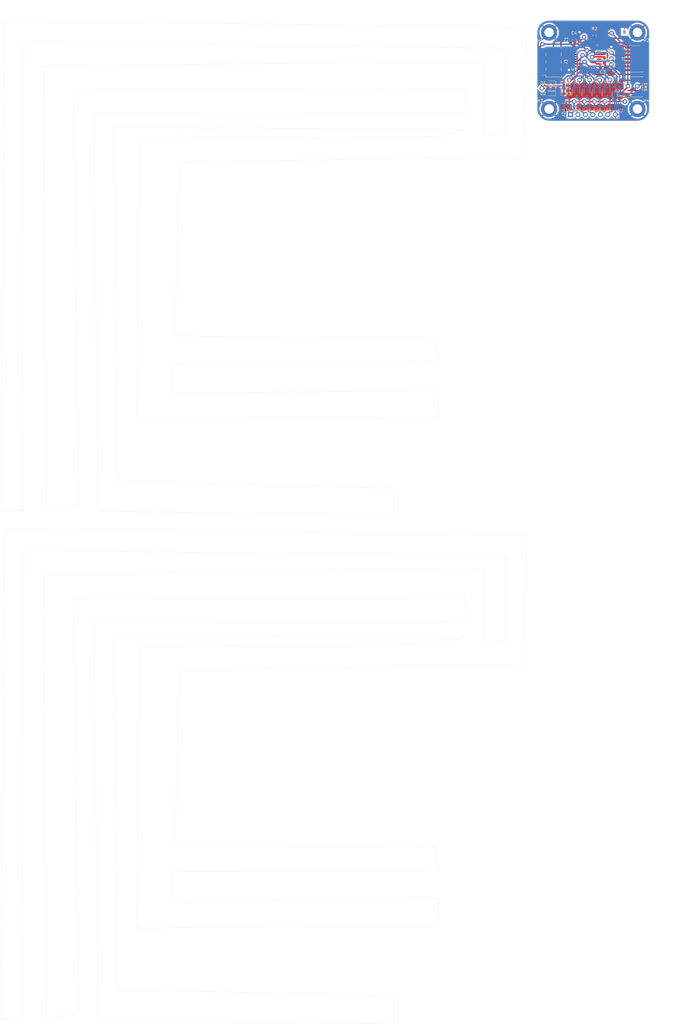
<source format=kicad_pcb>
(kicad_pcb (version 20221018) (generator pcbnew)
  (layers (0 "F.Cu" signal) (31 "B.Cu" signal) (34 "B.Paste" user) (35 "F.Paste" user) (36 "B.SilkS" user "B.Silkscreen") (37 "F.SilkS" user "F.Silkscreen") (38 "B.Mask" user) (39 "F.Mask" user) (44 "Edge.Cuts" user))
  (net 0 "")
  (net 1 "+5V-v2-")
  (net 2 "GND-v2-")
  (net 3 "+3.3V-v2-")
  (net 4 "Net-(D1-K)-v2-")
  (net 6 "Net-(D3-K)-v2-")
  (net 7 "Status_LED-v2-")
  (net 8 "Data_Clock_SNES-v2-")
  (net 9 "Data_Latch_SNES-v2-")
  (net 10 "Net-(D2-K)-v2-")
  (net 11 "Serial_Data1_SNES-v2-")
  (net 12 "Serial_Data2_SNES-v2-")
  (net 13 "SPI_Chip_Select-v2-")
  (net 14 "Chip_Enable-v2-")
  (net 15 "SPI_Digital_Input-v2-")
  (net 16 "SPI_Clock-v2-")
  (net 17 "SPI_Digital_Output-v2-")
  (net 18 "IOBit_SNES-v2-")
  (net 19 "Data_Clock_STM32-v2-")
  (net 20 "Data_Latch_STM32-v2-")
  (net 21 "Appairing_Btn-v2-")
  (net 22 "Net-(U2-BP)-v2-")
  (net 23 "SWDIO-v2-")
  (net 24 "SWDCK-v2-")
  (net 27 "NRST-v2-")
  (net 28 "USART2_RX-v2-")
  (net 29 "USART2_TX-v2-")
  (net 30 "Serial_Data1_STM32-v2-")
  (net 31 "IOBit_STM32-v2-")
  (net 32 "Serial_Data2_STM32-v2-")
  (footprint "Capacitor_SMD:C_0603_1608Metric_Pad1.08x0.95mm_HandSolder" (layer "F.Cu") (at 206.0025 17.19)
    (fp_text reference "C3")
    (fp_text value "100n")
  )
  (footprint "Connector_PinSocket_2.54mm:PinSocket_2x04_P2.54mm_Vertical_SMD" (layer "F.Cu") (at 189.25 15.25 180)
    (fp_text reference "J3")
    (fp_text value "Conn_01x08_Socket")
  )
  (footprint "Button_Switch_SMD:SW_SPST_B3S-1000" (layer "F.Cu") (at 216.25 23.75 180)
    (fp_text reference "SW1")
    (fp_text value "SW_SPST")
  )
  (footprint "Capacitor_SMD:C_0603_1608Metric_Pad1.08x0.95mm_HandSolder" (layer "F.Cu") (at 195.05 7.75 90)
    (fp_text reference "C1")
    (fp_text value "10u")
  )
  (footprint "Resistor_SMD:R_0603_1608Metric_Pad0.98x0.95mm_HandSolder" (layer "F.Cu") (at 203.17 6.32 90)
    (fp_text reference "R2")
    (fp_text value "10k")
  )
  (footprint "Diode_SMD:D_0603_1608Metric_Pad1.05x0.95mm_HandSolder" (layer "F.Cu") (at 188.26875 26.05 180)
    (fp_text reference "D2")
    (fp_text value "LED_Small")
  )
  (footprint "Resistor_SMD:R_0603_1608Metric_Pad0.98x0.95mm_HandSolder" (layer "F.Cu") (at 191.76875 26.05)
    (fp_text reference "R3")
    (fp_text value "1k")
  )
  (footprint "Package_QFP:LQFP-32_7x7mm_P0.8mm" (layer "F.Cu") (at 200.6 13.15 180)
    (fp_text reference "U1")
    (fp_text value "STM32L412KBTx")
  )
  (footprint "Diode_SMD:D_0603_1608Metric_Pad1.05x0.95mm_HandSolder" (layer "F.Cu") (at 188.26875 22.45 180)
    (fp_text reference "D1")
    (fp_text value "LED_Small")
  )
  (footprint "MountingHole:MountingHole_3.2mm_M3_DIN965_Pad" (layer "F.Cu") (at 187.75 31.25)
    (fp_text reference "H3")
    (fp_text value "MountingHole_Pad")
  )
  (footprint "Capacitor_SMD:C_0603_1608Metric_Pad1.08x0.95mm_HandSolder" (layer "F.Cu") (at 206.51 14.8025 90)
    (fp_text reference "C2")
    (fp_text value "100n")
  )
  (footprint "MountingHole:MountingHole_3.2mm_M3_DIN965_Pad" (layer "F.Cu") (at 187.75 5.25)
    (fp_text reference "H1")
    (fp_text value "MountingHole_Pad")
  )
  (footprint "Capacitor_SMD:C_0603_1608Metric_Pad1.08x0.95mm_HandSolder" (layer "F.Cu") (at 196.55 7.75 90)
    (fp_text reference "C4")
    (fp_text value "100n")
  )
  (footprint "Resistor_SMD:R_0603_1608Metric_Pad0.98x0.95mm_HandSolder" (layer "F.Cu") (at 191.76875 22.45)
    (fp_text reference "R1")
    (fp_text value "1k")
  )
  (footprint "Diode_SMD:D_0603_1608Metric_Pad1.05x0.95mm_HandSolder" (layer "F.Cu") (at 188.26875 24.25 180)
    (fp_text reference "D3")
    (fp_text value "LED")
  )
  (footprint "Capacitor_SMD:C_0603_1608Metric_Pad1.08x0.95mm_HandSolder" (layer "F.Cu") (at 206.51 11.5 90)
    (fp_text reference "C5")
    (fp_text value "100n")
  )
  (footprint "Connector_PinHeader_2.54mm:PinHeader_1x07_P2.54mm_Vertical" (layer "F.Cu") (at 195 33.15 90)
    (fp_text reference "J2")
    (fp_text value "Conn_01x07_Socket")
  )
  (footprint "MountingHole:MountingHole_3.2mm_M3_DIN965_Pad" (layer "F.Cu") (at 217.75 5.25)
    (fp_text reference "H2")
    (fp_text value "MountingHole_Pad")
  )
  (footprint "MountingHole:MountingHole_3.2mm_M3_DIN965_Pad" (layer "F.Cu") (at 217.75 31.25)
    (fp_text reference "H4")
    (fp_text value "MountingHole_Pad")
  )
  (footprint "Connector_PinHeader_1.27mm:PinHeader_2x07_P1.27mm_Vertical_SMD" (layer "F.Cu") (at 216.75 14.25 180)
    (fp_text reference "J1")
    (fp_text value "Conn_02x07_Odd_Even")
  )
  (footprint "Resistor_SMD:R_0603_1608Metric_Pad0.98x0.95mm_HandSolder" (layer "F.Cu") (at 191.76875 24.25)
    (fp_text reference "R4")
    (fp_text value "1k")
  )
  (footprint "Capacitor_SMD:C_0603_1608Metric_Pad1.08x0.95mm_HandSolder" (layer "B.Cu") (at 210.9 23.7 180)
    (fp_text reference "C6")
    (fp_text value "470p")
  )
  (footprint "Package_TO_SOT_SMD:SOT-23" (layer "B.Cu") (at 204.05 26.15 -90)
    (fp_text reference "Q4")
    (fp_text value "2N7002")
  )
  (footprint "Package_SO:MSOP-8_3x3mm_P0.65mm" (layer "B.Cu") (at 211.0125 27.9 -90)
    (fp_text reference "U2")
    (fp_text value "MIC5219-3.3YMM")
  )
  (footprint "Capacitor_SMD:C_0603_1608Metric_Pad1.08x0.95mm_HandSolder" (layer "B.Cu") (at 210.9 22.2 180)
    (fp_text reference "C7")
    (fp_text value "2.2u")
  )
  (footprint "Resistor_SMD:R_0603_1608Metric_Pad0.98x0.95mm_HandSolder" (layer "B.Cu") (at 197.15 23.45)
    (fp_text reference "R6")
    (fp_text value "10k")
  )
  (footprint "Resistor_SMD:R_0603_1608Metric_Pad0.98x0.95mm_HandSolder" (layer "B.Cu") (at 207.5 30.35)
    (fp_text reference "R14")
    (fp_text value "10k")
  )
  (footprint "Package_TO_SOT_SMD:SOT-23" (layer "B.Cu") (at 200.6 26.15 -90)
    (fp_text reference "Q3")
    (fp_text value "2N7002")
  )
  (footprint "Resistor_SMD:R_0603_1608Metric_Pad0.98x0.95mm_HandSolder" (layer "B.Cu") (at 200.6 30.35)
    (fp_text reference "R12")
    (fp_text value "10k")
  )
  (footprint "Package_TO_SOT_SMD:SOT-23" (layer "B.Cu") (at 193.7 26.15 -90)
    (fp_text reference "Q1")
    (fp_text value "2N7002")
  )
  (footprint "Package_TO_SOT_SMD:SOT-23" (layer "B.Cu") (at 197.15 26.15 -90)
    (fp_text reference "Q2")
    (fp_text value "2N7002")
  )
  (footprint "Resistor_SMD:R_0603_1608Metric_Pad0.98x0.95mm_HandSolder" (layer "B.Cu") (at 200.6 23.45)
    (fp_text reference "R7")
    (fp_text value "10k")
  )
  (footprint "Resistor_SMD:R_0603_1608Metric_Pad0.98x0.95mm_HandSolder" (layer "B.Cu") (at 197.15 30.35)
    (fp_text reference "R11")
    (fp_text value "10k")
  )
  (footprint "Package_TO_SOT_SMD:SOT-23" (layer "B.Cu") (at 207.5 26.15 -90)
    (fp_text reference "Q5")
    (fp_text value "2N7002")
  )
  (footprint "Resistor_SMD:R_0603_1608Metric_Pad0.98x0.95mm_HandSolder" (layer "B.Cu") (at 193.7 30.35)
    (fp_text reference "R10")
    (fp_text value "10k")
  )
  (footprint "Resistor_SMD:R_0603_1608Metric_Pad0.98x0.95mm_HandSolder" (layer "B.Cu") (at 193.7 23.45)
    (fp_text reference "R5")
    (fp_text value "10k")
  )
  (footprint "Resistor_SMD:R_0603_1608Metric_Pad0.98x0.95mm_HandSolder" (layer "B.Cu") (at 204.05 23.45)
    (fp_text reference "R8")
    (fp_text value "10k")
  )
  (footprint "Resistor_SMD:R_0603_1608Metric_Pad0.98x0.95mm_HandSolder" (layer "B.Cu") (at 204.05 30.35)
    (fp_text reference "R13")
    (fp_text value "10k")
  )
  (footprint "Resistor_SMD:R_0603_1608Metric_Pad0.98x0.95mm_HandSolder" (layer "B.Cu") (at 207.5 23.45)
    (fp_text reference "R9")
    (fp_text value "10k")
  )
  (gr_line (start 158.729937 210.68989) (end 152.349937 213.03989) (stroke (width 0.05)) (layer "Edge.Cuts"))
  (gr_line (start 150.329937 126.82989) (end 59.679937 127.82989) (stroke (width 0.05)) (layer "Edge.Cuts"))
  (gr_line (start 149.999937 135.88989) (end 150.329937 126.82989) (stroke (width 0.05)) (layer "Edge.Cuts"))
  (gr_line (start 179.209937 48.25989) (end 180.219937 3.59989) (stroke (width 0.05)) (layer "Edge.Cuts"))
  (gr_line (start 152.349937 40.53989) (end 48.599937 41.53989) (stroke (width 0.05)) (layer "Edge.Cuts"))
  (gr_line (start 60.679937 108.35989) (end 62.029937 49.26989) (stroke (width 0.05)) (layer "Edge.Cuts"))
  (gr_line (start 33.149937 204.97989) (end 34.489937 340.28989) (stroke (width 0.05)) (layer "Edge.Cuts"))
  (gr_line (start 17.039937 167.78989) (end 28.119937 165.43989) (stroke (width 0.05)) (layer "Edge.Cuts"))
  (gr_line (start 17.039937 340.28989) (end 28.119937 337.93989) (stroke (width 0.05)) (layer "Edge.Cuts"))
  (gr_line (start 16.029937 16.69989) (end 17.039937 167.78989) (stroke (width 0.05)) (layer "Edge.Cuts"))
  (gr_line (start 28.119937 165.43989) (end 26.099937 25.08989) (stroke (width 0.05)) (layer "Edge.Cuts"))
  (gr_line (start 34.489937 340.28989) (end 134.889937 341.96989) (stroke (width 0.05)) (layer "Edge.Cuts"))
  (gr_line (start 41.209937 157.71989) (end 39.869937 37.50989) (stroke (width 0.05)) (layer "Edge.Cuts"))
  (gr_line (start 8.639937 167.44989) (end 9.309937 8.63989) (stroke (width 0.05)) (layer "Edge.Cuts"))
  (gr_line (start 62.029937 49.26989) (end 153.019937 47.91989) (stroke (width 0.05)) (layer "Edge.Cuts"))
  (gr_line (start 26.099937 25.08989) (end 159.059937 24.41989) (stroke (width 0.05)) (layer "Edge.Cuts"))
  (gr_line (start 33.149937 32.47989) (end 34.489937 167.78989) (stroke (width 0.05)) (layer "Edge.Cuts"))
  (gr_line (start 173.159937 10.64989) (end 173.159937 39.85989) (stroke (width 0.05)) (layer "Edge.Cuts"))
  (gr_line (start 149.999937 117.42989) (end 149.659937 109.36989) (stroke (width 0.05)) (layer "Edge.Cuts"))
  (gr_line (start 153.019937 47.91989) (end 179.209937 48.25989) (stroke (width 0.05)) (layer "Edge.Cuts"))
  (gr_line (start 149.999937 308.38989) (end 150.329937 299.32989) (stroke (width 0.05)) (layer "Edge.Cuts"))
  (gr_line (start 48.599937 214.03989) (end 47.589937 309.39989) (stroke (width 0.05)) (layer "Edge.Cuts"))
  (gr_line (start 134.889937 341.96989) (end 134.889937 332.56989) (stroke (width 0.05)) (layer "Edge.Cuts"))
  (gr_line (start 60.679937 280.85989) (end 62.029937 221.76989) (stroke (width 0.05)) (layer "Edge.Cuts"))
  (gr_arc (start 221.75 31.25) (mid 220.578427 34.078427) (end 217.75 35.25) (stroke (width 0.1)) (layer "Edge.Cuts"))
  (gr_line (start 179.209937 220.75989) (end 180.219937 176.09989) (stroke (width 0.05)) (layer "Edge.Cuts"))
  (gr_line (start 47.589937 136.89989) (end 149.999937 135.88989) (stroke (width 0.05)) (layer "Edge.Cuts"))
  (gr_line (start 180.219937 176.09989) (end 2.929937 173.74989) (stroke (width 0.05)) (layer "Edge.Cuts"))
  (gr_line (start 59.679937 117.75989) (end 149.999937 117.42989) (stroke (width 0.05)) (layer "Edge.Cuts"))
  (gr_line (start 59.679937 300.32989) (end 59.679937 290.25989) (stroke (width 0.05)) (layer "Edge.Cuts"))
  (gr_line (start 159.399937 205.64989) (end 33.149937 204.97989) (stroke (width 0.05)) (layer "Edge.Cuts"))
  (gr_line (start 2.929937 173.74989) (end 1.249937 340.62989) (stroke (width 0.05)) (layer "Edge.Cuts"))
  (gr_line (start 2.929937 1.24989) (end 1.249937 168.12989) (stroke (width 0.05)) (layer "Edge.Cuts"))
  (gr_line (start 173.159937 39.85989) (end 165.439937 40.19989) (stroke (width 0.05)) (layer "Edge.Cuts"))
  (gr_line (start 150.329937 299.32989) (end 59.679937 300.32989) (stroke (width 0.05)) (layer "Edge.Cuts"))
  (gr_arc (start 187.75 35.25) (mid 184.921573 34.078427) (end 183.75 31.25) (stroke (width 0.1)) (layer "Edge.Cuts"))
  (gr_line (start 173.159937 212.35989) (end 165.439937 212.69989) (stroke (width 0.05)) (layer "Edge.Cuts"))
  (gr_line (start 158.729937 38.18989) (end 152.349937 40.53989) (stroke (width 0.05)) (layer "Edge.Cuts"))
  (gr_line (start 16.029937 189.19989) (end 17.039937 340.28989) (stroke (width 0.05)) (layer "Edge.Cuts"))
  (gr_line (start 134.889937 332.56989) (end 41.209937 330.21989) (stroke (width 0.05)) (layer "Edge.Cuts"))
  (gr_line (start 173.159937 183.14989) (end 173.159937 212.35989) (stroke (width 0.05)) (layer "Edge.Cuts"))
  (gr_line (start 59.679937 127.82989) (end 59.679937 117.75989) (stroke (width 0.05)) (layer "Edge.Cuts"))
  (gr_line (start 1.249937 340.62989) (end 8.639937 339.94989) (stroke (width 0.05)) (layer "Edge.Cuts"))
  (gr_line (start 62.029937 221.76989) (end 153.019937 220.41989) (stroke (width 0.05)) (layer "Edge.Cuts"))
  (gr_line (start 165.439937 15.01989) (end 16.029937 16.69989) (stroke (width 0.05)) (layer "Edge.Cuts"))
  (gr_line (start 47.589937 309.39989) (end 149.999937 308.38989) (stroke (width 0.05)) (layer "Edge.Cuts"))
  (gr_line (start 165.439937 40.19989) (end 165.439937 15.01989) (stroke (width 0.05)) (layer "Edge.Cuts"))
  (gr_line (start 48.599937 41.53989) (end 47.589937 136.89989) (stroke (width 0.05)) (layer "Edge.Cuts"))
  (gr_arc (start 183.75 5.25) (mid 184.921573 2.421573) (end 187.75 1.25) (stroke (width 0.1)) (layer "Edge.Cuts"))
  (gr_line (start 28.119937 337.93989) (end 26.099937 197.58989) (stroke (width 0.05)) (layer "Edge.Cuts"))
  (gr_line (start 59.679937 290.25989) (end 149.999937 289.92989) (stroke (width 0.05)) (layer "Edge.Cuts"))
  (gr_line (start 159.059937 196.91989) (end 159.399937 205.64989) (stroke (width 0.05)) (layer "Edge.Cuts"))
  (gr_line (start 165.439937 187.51989) (end 16.029937 189.19989) (stroke (width 0.05)) (layer "Edge.Cuts"))
  (gr_line (start 9.309937 181.13989) (end 173.159937 183.14989) (stroke (width 0.05)) (layer "Edge.Cuts"))
  (gr_line (start 8.639937 339.94989) (end 9.309937 181.13989) (stroke (width 0.05)) (layer "Edge.Cuts"))
  (gr_line (start 149.659937 109.36989) (end 60.679937 108.35989) (stroke (width 0.05)) (layer "Edge.Cuts"))
  (gr_line (start 153.019937 220.41989) (end 179.209937 220.75989) (stroke (width 0.05)) (layer "Edge.Cuts"))
  (gr_line (start 152.349937 213.03989) (end 48.599937 214.03989) (stroke (width 0.05)) (layer "Edge.Cuts"))
  (gr_line (start 183.75 31.25) (end 183.75 5.25) (stroke (width 0.1)) (layer "Edge.Cuts"))
  (gr_line (start 159.399937 33.14989) (end 33.149937 32.47989) (stroke (width 0.05)) (layer "Edge.Cuts"))
  (gr_line (start 39.869937 210.00989) (end 158.729937 210.68989) (stroke (width 0.05)) (layer "Edge.Cuts"))
  (gr_line (start 217.75 35.25) (end 187.75 35.25) (stroke (width 0.1)) (layer "Edge.Cuts"))
  (gr_line (start 41.209937 330.21989) (end 39.869937 210.00989) (stroke (width 0.05)) (layer "Edge.Cuts"))
  (gr_line (start 9.309937 8.63989) (end 173.159937 10.64989) (stroke (width 0.05)) (layer "Edge.Cuts"))
  (gr_line (start 159.059937 24.41989) (end 159.399937 33.14989) (stroke (width 0.05)) (layer "Edge.Cuts"))
  (gr_line (start 221.75 5.25) (end 221.75 31.25) (stroke (width 0.1)) (layer "Edge.Cuts"))
  (gr_line (start 187.75 1.25) (end 217.75 1.25) (stroke (width 0.1)) (layer "Edge.Cuts"))
  (gr_line (start 134.889937 169.46989) (end 134.889937 160.06989) (stroke (width 0.05)) (layer "Edge.Cuts"))
  (gr_line (start 1.249937 168.12989) (end 8.639937 167.44989) (stroke (width 0.05)) (layer "Edge.Cuts"))
  (gr_line (start 180.219937 3.59989) (end 2.929937 1.24989) (stroke (width 0.05)) (layer "Edge.Cuts"))
  (gr_arc (start 217.75 1.25) (mid 220.578427 2.421573) (end 221.75 5.25) (stroke (width 0.1)) (layer "Edge.Cuts"))
  (gr_line (start 149.999937 289.92989) (end 149.659937 281.86989) (stroke (width 0.05)) (layer "Edge.Cuts"))
  (gr_line (start 134.889937 160.06989) (end 41.209937 157.71989) (stroke (width 0.05)) (layer "Edge.Cuts"))
  (gr_line (start 149.659937 281.86989) (end 60.679937 280.85989) (stroke (width 0.05)) (layer "Edge.Cuts"))
  (gr_line (start 165.439937 212.69989) (end 165.439937 187.51989) (stroke (width 0.05)) (layer "Edge.Cuts"))
  (gr_line (start 34.489937 167.78989) (end 134.889937 169.46989) (stroke (width 0.05)) (layer "Edge.Cuts"))
  (gr_line (start 26.099937 197.58989) (end 159.059937 196.91989) (stroke (width 0.05)) (layer "Edge.Cuts"))
  (gr_line (start 39.869937 37.50989) (end 158.729937 38.18989) (stroke (width 0.05)) (layer "Edge.Cuts"))
  (gr_text "SNES Plug" (at 205.75 3.75) (layer "F.Cu") (effects (font (size 1 1)) (justify left bottom)))
  (gr_text "T" (at 212.75 5.75) (layer "F.Cu") (effects (font (size 1 1)) (justify left bottom)))
  (gr_text "B" (at 212.75 5.75) (layer "B.Cu") (effects (font (size 1 1)) (justify left bottom)))
  (segment (start 187.39375 26.084561) (end 188.809189 27.5) (width 0.5) (layer "F.Cu") (net 1))
  (segment (start 190.25 27.5) (end 191.5 28.75) (width 0.5) (layer "F.Cu") (net 1))
  (segment (start 203.1375 28.75) (end 199.6875 28.75) (width 0.5) (layer "F.Cu") (net 1))
  (segment (start 203.1375 28.75) (end 206.5875 28.75) (width 0.5) (layer "F.Cu") (net 1))
  (segment (start 191.5 28.75) (end 196.2375 28.75) (width 0.5) (layer "F.Cu") (net 1))
  (segment (start 206.5875 28.75) (end 213.5 28.75) (width 0.5) (layer "F.Cu") (net 1))
  (segment (start 188.809189 27.5) (end 190.25 27.5) (width 0.5) (layer "F.Cu") (net 1))
  (segment (start 196.2375 28.75) (end 196.2375 31.9125) (width 0.5) (layer "F.Cu") (net 1))
  (segment (start 187.39375 26.05) (end 187.39375 26.084561) (width 0.5) (layer "F.Cu") (net 1))
  (segment (start 196.2375 31.9125) (end 195 33.15) (width 0.5) (layer "F.Cu") (net 1))
  (segment (start 196.2375 28.75) (end 199.6875 28.75) (width 0.3) (layer "F.Cu") (net 1))
  (via (at 199.6875 28.75) (size 1.6) (drill 0.8) (layers "F.Cu" "B.Cu") (net 1))
  (via (at 196.2375 28.75) (size 1.6) (drill 0.8) (layers "F.Cu" "B.Cu") (net 1))
  (via (at 203.1375 28.75) (size 1.6) (drill 0.8) (layers "F.Cu" "B.Cu") (net 1))
  (via (at 206.5875 28.75) (size 1.6) (drill 0.8) (layers "F.Cu" "B.Cu") (net 1))
  (via (at 213.5 28.75) (size 1.6) (drill 0.8) (layers "F.Cu" "B.Cu") (net 1))
  (segment (start 212.106739 28.65) (end 210.6875 27.230761) (width 0.5) (layer "B.Cu") (net 1))
  (segment (start 213.4 28.65) (end 212.106739 28.65) (width 0.5) (layer "B.Cu") (net 1))
  (segment (start 203.1375 28.75) (end 203.1375 30.35) (width 0.5) (layer "B.Cu") (net 1))
  (segment (start 195 32.5625) (end 192.7875 30.35) (width 0.5) (layer "B.Cu") (net 1))
  (segment (start 213.5 28.75) (end 213.4 28.65) (width 0.5) (layer "B.Cu") (net 1))
  (segment (start 196.2375 30.35) (end 196.2375 28.75) (width 0.5) (layer "B.Cu") (net 1))
  (segment (start 199.6875 28.75) (end 199.6875 30.35) (width 0.5) (layer "B.Cu") (net 1))
  (segment (start 195 33.15) (end 195 32.5625) (width 0.5) (layer "B.Cu") (net 1))
  (segment (start 210.6875 25.7875) (end 210.6875 27.230761) (width 0.3) (layer "B.Cu") (net 1))
  (segment (start 206.5875 28.75) (end 206.5875 30.35) (width 0.5) (layer "B.Cu") (net 1))
  (segment (start 206.865 17.19) (end 206.865 16.02) (width 0.5) (layer "F.Cu") (net 2))
  (segment (start 204.29 18.215) (end 205.84 18.215) (width 0.5) (layer "F.Cu") (net 2))
  (segment (start 207.535 14.566193) (end 207.535 11.6625) (width 0.5) (layer "F.Cu") (net 2))
  (segment (start 193.44 19.06) (end 191.77 19.06) (width 0.5) (layer "F.Cu") (net 2))
  (segment (start 195.05 6.8875) (end 196.55 6.8875) (width 0.5) (layer "F.Cu") (net 2))
  (segment (start 196.55 6.8875) (end 196.55 6.7) (width 0.5) (layer "F.Cu") (net 2))
  (segment (start 208.899189 10.15) (end 208.411689 10.6375) (width 0.5) (layer "F.Cu") (net 2))
  (segment (start 198.1 5.15) (end 197.8 5.45) (width 0.5) (layer "F.Cu") (net 2))
  (segment (start 206.51 15.591193) (end 207.535 14.566193) (width 0.5) (layer "F.Cu") (net 2))
  (segment (start 203.4 17.325) (end 204.29 18.215) (width 0.5) (layer "F.Cu") (net 2))
  (segment (start 208.411689 10.6375) (end 206.51 10.6375) (width 0.5) (layer "F.Cu") (net 2))
  (segment (start 197.8 5.45) (end 197.8 8.975) (width 0.5) (layer "F.Cu") (net 2))
  (segment (start 205.84 18.215) (end 206.865 17.19) (width 0.5) (layer "F.Cu") (net 2))
  (segment (start 194.5 18) (end 193.44 19.06) (width 0.5) (layer "F.Cu") (net 2))
  (segment (start 207.535 11.6625) (end 206.51 10.6375) (width 0.5) (layer "F.Cu") (net 2))
  (segment (start 206.51 15.665) (end 206.51 15.591193) (width 0.5) (layer "F.Cu") (net 2))
  (segment (start 206.865 16.02) (end 206.51 15.665) (width 0.5) (layer "F.Cu") (net 2))
  (segment (start 196.55 6.7) (end 198.1 5.15) (width 0.5) (layer "F.Cu") (net 2))
  (via (at 194.5 18) (size 1.6) (drill 0.8) (layers "F.Cu" "B.Cu") (net 2))
  (via (at 198.1 5.15) (size 1.6) (drill 0.8) (layers "F.Cu" "B.Cu") (net 2))
  (via (at 208.899189 10.15) (size 1.6) (drill 0.8) (layers "F.Cu" "B.Cu") (net 2))
  (via (at 210.0375 20.15) (size 1.6) (drill 0.8) (layers "F.Cu" "B.Cu") (net 2))
  (segment (start 210.0375 22.2) (end 210.0375 20.15) (width 0.5) (layer "B.Cu") (net 2))
  (segment (start 201.15 5.15) (end 198.1 5.15) (width 0.5) (layer "B.Cu") (net 2))
  (segment (start 206.15 10.15) (end 201.15 5.15) (width 0.5) (layer "B.Cu") (net 2))
  (segment (start 208.899189 10.15) (end 206.15 10.15) (width 0.5) (layer "B.Cu") (net 2))
  (segment (start 210.0375 22.2) (end 210.0375 23.7) (width 0.5) (layer "B.Cu") (net 2))
  (segment (start 210.0375 20.1875) (end 210 20.15) (width 0.5) (layer "B.Cu") (net 2))
  (segment (start 217.75 23.5) (end 218.225 23.5) (width 0.5) (layer "F.Cu") (net 3))
  (segment (start 196.425 10.35) (end 196.425 8.7375) (width 0.5) (layer "F.Cu") (net 3))
  (segment (start 185.25 20.54) (end 186.73 19.06) (width 0.5) (layer "F.Cu") (net 3))
  (segment (start 200.6 11.4) (end 199.55 10.35) (width 0.5) (layer "F.Cu") (net 3))
  (segment (start 212.275 21.5) (end 220.225 21.5) (width 0.5) (layer "F.Cu") (net 3))
  (segment (start 202.4 11.4) (end 200.6 11.4) (width 0.5) (layer "F.Cu") (net 3))
  (segment (start 218.225 23.5) (end 220.225 21.5) (width 0.5) (layer "F.Cu") (net 3))
  (segment (start 205.14 17.19) (end 205.14 16.315) (width 0.5) (layer "F.Cu") (net 3))
  (segment (start 206.1225 12.75) (end 204.775 12.75) (width 0.5) (layer "F.Cu") (net 3))
  (segment (start 200.6 13.809189) (end 200.6 11.4) (width 0.5) (layer "F.Cu") (net 3))
  (segment (start 187.39375 24.25) (end 185.25 24.25) (width 0.5) (layer "F.Cu") (net 3))
  (segment (start 203.870406 15.95) (end 203.420406 15.5) (width 0.5) (layer "F.Cu") (net 3))
  (segment (start 196.425 8.7375) (end 196.55 8.6125) (width 0.5) (layer "F.Cu") (net 3))
  (segment (start 185.25 24.25) (end 185.25 20.54) (width 0.5) (layer "F.Cu") (net 3))
  (segment (start 195.05 8.6125) (end 195.05 8.975) (width 0.5) (layer "F.Cu") (net 3))
  (segment (start 202.290811 15.5) (end 200.6 13.809189) (width 0.5) (layer "F.Cu") (net 3))
  (segment (start 220.75 20.975) (end 220.75 17.14) (width 0.5) (layer "F.Cu") (net 3))
  (segment (start 220.4 16.79) (end 220.75 17.14) (width 0.5) (layer "F.Cu") (net 3))
  (segment (start 204.775 15.95) (end 203.870406 15.95) (width 0.5) (layer "F.Cu") (net 3))
  (segment (start 195.05 8.975) (end 196.425 10.35) (width 0.5) (layer "F.Cu") (net 3))
  (segment (start 203.420406 15.5) (end 202.290811 15.5) (width 0.5) (layer "F.Cu") (net 3))
  (segment (start 220.225 21.5) (end 220.75 20.975) (width 0.5) (layer "F.Cu") (net 3))
  (segment (start 199.55 10.35) (end 196.425 10.35) (width 0.5) (layer "F.Cu") (net 3))
  (segment (start 203.75 12.75) (end 202.4 11.4) (width 0.5) (layer "F.Cu") (net 3))
  (segment (start 206.51 12.3625) (end 206.1225 12.75) (width 0.5) (layer "F.Cu") (net 3))
  (segment (start 204.775 12.75) (end 203.75 12.75) (width 0.5) (layer "F.Cu") (net 3))
  (segment (start 218.7 16.79) (end 220.4 16.79) (width 0.5) (layer "F.Cu") (net 3))
  (segment (start 205.14 16.315) (end 204.775 15.95) (width 0.5) (layer "F.Cu") (net 3))
  (via (at 217.75 23.5) (size 1.6) (drill 0.8) (layers "F.Cu" "B.Cu") (net 3))
  (via (at 200.6 11.4) (size 1.6) (drill 0.8) (layers "F.Cu" "B.Cu") (net 3))
  (via (at 185.25 24.25) (size 1.6) (drill 0.8) (layers "F.Cu" "B.Cu") (net 3))
  (segment (start 206.5875 21.115811) (end 205.521689 20.05) (width 0.5) (layer "B.Cu") (net 3))
  (segment (start 214.743261 26.506739) (end 217.75 23.5) (width 0.5) (layer "B.Cu") (net 3))
  (segment (start 186.05 23.45) (end 192.7875 23.45) (width 0.5) (layer "B.Cu") (net 3))
  (segment (start 206.55 23.4875) (end 206.5875 23.45) (width 0.5) (layer "B.Cu") (net 3))
  (segment (start 199.6875 21.115811) (end 200.753311 20.05) (width 0.5) (layer "B.Cu") (net 3))
  (segment (start 211.3375 25.7875) (end 211.3375 26.727817) (width 0.3) (layer "B.Cu") (net 3))
  (segment (start 199.6875 21.115811) (end 198.621689 20.05) (width 0.5) (layer "B.Cu") (net 3))
  (segment (start 196.2375 21.115811) (end 196.2375 23.45) (width 0.5) (layer "B.Cu") (net 3))
  (segment (start 192.7875 23.45) (end 192.7875 21.315811) (width 0.5) (layer "B.Cu") (net 3))
  (segment (start 199.65 25.2125) (end 199.65 23.4875) (width 0.5) (layer "B.Cu") (net 3))
  (segment (start 200.753311 20.05) (end 202.071689 20.05) (width 0.5) (layer "B.Cu") (net 3))
  (segment (start 205.521689 20.05) (end 204.203311 20.05) (width 0.5) (layer "B.Cu") (net 3))
  (segment (start 202.071689 20.05) (end 203.1375 21.115811) (width 0.5) (layer "B.Cu") (net 3))
  (segment (start 196.2 25.2125) (end 196.2 23.4875) (width 0.5) (layer "B.Cu") (net 3))
  (segment (start 211.3375 26.727817) (end 211.759683 27.15) (width 0.3) (layer "B.Cu") (net 3))
  (segment (start 196.2 23.4875) (end 196.2375 23.45) (width 0.5) (layer "B.Cu") (net 3))
  (segment (start 185.25 24.25) (end 186.05 23.45) (width 0.5) (layer "B.Cu") (net 3))
  (segment (start 197.303311 12.446689) (end 197.303311 20.05) (width 0.5) (layer "B.Cu") (net 3))
  (segment (start 206.5875 23.45) (end 206.5875 21.115811) (width 0.5) (layer "B.Cu") (net 3))
  (segment (start 203.1375 21.115811) (end 203.1375 23.45) (width 0.5) (layer "B.Cu") (net 3))
  (segment (start 208.903311 18.8) (end 206.5875 21.115811) (width 0.5) (layer "B.Cu") (net 3))
  (segment (start 195.171689 20.05) (end 196.2375 21.115811) (width 0.5) (layer "B.Cu") (net 3))
  (segment (start 212.356739 27.15) (end 211.759683 27.15) (width 0.5) (layer "B.Cu") (net 3))
  (segment (start 203.1 23.4875) (end 203.1375 23.45) (width 0.5) (layer "B.Cu") (net 3))
  (segment (start 200.6 11.4) (end 198.35 11.4) (width 0.5) (layer "B.Cu") (net 3))
  (segment (start 211.7625 22.2) (end 211.7625 19.965811) (width 0.5) (layer "B.Cu") (net 3))
  (segment (start 192.75 25.2125) (end 192.75 23.4875) (width 0.5) (layer "B.Cu") (net 3))
  (segment (start 198.35 11.4) (end 197.303311 12.446689) (width 0.5) (layer "B.Cu") (net 3))
  (segment (start 197.303311 20.05) (end 196.2375 21.115811) (width 0.5) (layer "B.Cu") (net 3))
  (segment (start 192.75 23.4875) (end 192.7875 23.45) (width 0.5) (layer "B.Cu") (net 3))
  (segment (start 199.65 23.4875) (end 199.6875 23.45) (width 0.5) (layer "B.Cu") (net 3))
  (segment (start 198.621689 20.05) (end 197.303311 20.05) (width 0.5) (layer "B.Cu") (net 3))
  (segment (start 213 26.506739) (end 212.356739 27.15) (width 0.5) (layer "B.Cu") (net 3))
  (segment (start 199.6875 23.45) (end 199.6875 21.115811) (width 0.5) (layer "B.Cu") (net 3))
  (segment (start 212.45 22.2) (end 211.7625 22.2) (width 0.5) (layer "B.Cu") (net 3))
  (segment (start 211.7625 19.965811) (end 210.596689 18.8) (width 0.5) (layer "B.Cu") (net 3))
  (segment (start 192.7875 21.315811) (end 194.053311 20.05) (width 0.5) (layer "B.Cu") (net 3))
  (segment (start 194.053311 20.05) (end 195.171689 20.05) (width 0.5) (layer "B.Cu") (net 3))
  (segment (start 206.55 25.2125) (end 206.55 23.4875) (width 0.5) (layer "B.Cu") (net 3))
  (segment (start 213 22.75) (end 212.45 22.2) (width 0.5) (layer "B.Cu") (net 3))
  (segment (start 204.203311 20.05) (end 203.1375 21.115811) (width 0.5) (layer "B.Cu") (net 3))
  (segment (start 203.1 25.2125) (end 203.1 23.4875) (width 0.5) (layer "B.Cu") (net 3))
  (segment (start 214.743261 26.506739) (end 213 26.506739) (width 0.5) (layer "B.Cu") (net 3))
  (segment (start 210.596689 18.8) (end 208.903311 18.8) (width 0.5) (layer "B.Cu") (net 3))
  (segment (start 213 26.506739) (end 213 22.75) (width 0.5) (layer "B.Cu") (net 3))
  (segment (start 190.85625 22.45) (end 189.14375 22.45) (width 0.5) (layer "F.Cu") (net 4))
  (segment (start 190.85625 24.25) (end 189.14375 24.25) (width 0.5) (layer "F.Cu") (net 6))
  (segment (start 188.41875 21.425) (end 192.575 21.425) (width 0.5) (layer "F.Cu") (net 7))
  (segment (start 195.125 20) (end 197.8 17.325) (width 0.5) (layer "F.Cu") (net 7))
  (segment (start 194 20) (end 195.125 20) (width 0.5) (layer "F.Cu") (net 7))
  (segment (start 192.575 21.425) (end 194 20) (width 0.5) (layer "F.Cu") (net 7))
  (segment (start 187.39375 22.45) (end 188.41875 21.425) (width 0.5) (layer "F.Cu") (net 7))
  (segment (start 197.54 32.54) (end 196.75 31.75) (width 0.5) (layer "B.Cu") (net 8))
  (segment (start 194.6125 30.35) (end 194.6125 28) (width 0.5) (layer "B.Cu") (net 8))
  (segment (start 196.0125 31.75) (end 194.6125 30.35) (width 0.5) (layer "B.Cu") (net 8))
  (segment (start 196.75 31.75) (end 196.0125 31.75) (width 0.5) (layer "B.Cu") (net 8))
  (segment (start 197.54 33.15) (end 197.54 32.54) (width 0.5) (layer "B.Cu") (net 8))
  (segment (start 194.6125 28) (end 193.7 27.0875) (width 0.5) (layer "B.Cu") (net 8))
  (segment (start 198.0625 30.35) (end 198.0625 28) (width 0.5) (layer "B.Cu") (net 9))
  (segment (start 198.0625 28) (end 197.15 27.0875) (width 0.5) (layer "B.Cu") (net 9))
  (segment (start 198.0625 30.35) (end 198.0625 31.2125) (width 0.5) (layer "B.Cu") (net 9))
  (segment (start 198.0625 31.2125) (end 200 33.15) (width 0.5) (layer "B.Cu") (net 9))
  (segment (start 189.14375 26.05) (end 190.85625 26.05) (width 0.5) (layer "F.Cu") (net 10))
  (segment (start 201.5125 32.1625) (end 202.5 33.15) (width 0.5) (layer "B.Cu") (net 11))
  (segment (start 201.5125 28) (end 200.6 27.0875) (width 0.5) (layer "B.Cu") (net 11))
  (segment (start 201.5125 30.35) (end 201.5125 32.1625) (width 0.5) (layer "B.Cu") (net 11))
  (segment (start 201.5125 30.35) (end 201.5125 28) (width 0.5) (layer "B.Cu") (net 11))
  (segment (start 204.9625 30.35) (end 204.9625 33.1125) (width 0.5) (layer "B.Cu") (net 12))
  (segment (start 204.9625 30.35) (end 204.9625 28) (width 0.5) (layer "B.Cu") (net 12))
  (segment (start 204.9625 28) (end 204.05 27.0875) (width 0.5) (layer "B.Cu") (net 12))
  (segment (start 204.9625 33.1125) (end 205 33.15) (width 0.5) (layer "B.Cu") (net 12))
  (segment (start 193.5 15.25) (end 188 15.25) (width 0.5) (layer "F.Cu") (net 13))
  (segment (start 194 12) (end 194 14.75) (width 0.5) (layer "F.Cu") (net 13))
  (segment (start 188 15.25) (end 186.73 16.52) (width 0.5) (layer "F.Cu") (net 13))
  (segment (start 194 14.75) (end 193.5 15.25) (width 0.5) (layer "F.Cu") (net 13))
  (segment (start 194.85 11.15) (end 194 12) (width 0.5) (layer "F.Cu") (net 13))
  (segment (start 196.425 11.15) (end 194.85 11.15) (width 0.5) (layer "F.Cu") (net 13))
  (segment (start 191.77 16.52) (end 194.23 16.52) (width 0.5) (layer "F.Cu") (net 14))
  (segment (start 195.125 15.625) (end 195.125 12.345406) (width 0.5) (layer "F.Cu") (net 14))
  (segment (start 194.23 16.52) (end 195.125 15.625) (width 0.5) (layer "F.Cu") (net 14))
  (segment (start 195.520406 11.95) (end 196.425 11.95) (width 0.5) (layer "F.Cu") (net 14))
  (segment (start 195.125 12.345406) (end 195.520406 11.95) (width 0.5) (layer "F.Cu") (net 14))
  (segment (start 191.77 8.516307) (end 196.486307 3.8) (width 0.5) (layer "F.Cu") (net 15))
  (segment (start 196.486307 3.8) (end 198.8 3.8) (width 0.5) (layer "F.Cu") (net 15))
  (segment (start 201 6) (end 201 8.975) (width 0.5) (layer "F.Cu") (net 15))
  (segment (start 191.77 11.44) (end 191.77 8.516307) (width 0.5) (layer "F.Cu") (net 15))
  (segment (start 198.8 3.8) (end 201 6) (width 0.5) (layer "F.Cu") (net 15))
  (segment (start 189.25 9) (end 195.75 2.5) (width 0.5) (layer "F.Cu") (net 16))
  (segment (start 190.77 13.98) (end 189.25 12.46) (width 0.5) (layer "F.Cu") (net 16))
  (segment (start 189.25 12.46) (end 189.25 9) (width 0.5) (layer "F.Cu") (net 16))
  (segment (start 199.75 2.5) (end 201.8 4.55) (width 0.5) (layer "F.Cu") (net 16))
  (segment (start 201.8 4.55) (end 201.8 8.975) (width 0.5) (layer "F.Cu") (net 16))
  (segment (start 191.77 13.98) (end 190.77 13.98) (width 0.5) (layer "F.Cu") (net 16))
  (segment (start 195.75 2.5) (end 199.75 2.5) (width 0.5) (layer "F.Cu") (net 16))
  (segment (start 199.6 7.470406) (end 200.2 8.070406) (width 0.5) (layer "F.Cu") (net 17))
  (segment (start 186.73 13.98) (end 185.73 13.98) (width 0.5) (layer "F.Cu") (net 17))
  (segment (start 184.68 12.93) (end 184.68 10.07) (width 0.5) (layer "F.Cu") (net 17))
  (segment (start 185.73 13.98) (end 184.68 12.93) (width 0.5) (layer "F.Cu") (net 17))
  (segment (start 199.6 6.9) (end 199.6 7.470406) (width 0.5) (layer "F.Cu") (net 17))
  (segment (start 184.68 10.07) (end 185.5 9.25) (width 0.5) (layer "F.Cu") (net 17))
  (segment (start 200.2 8.070406) (end 200.2 8.975) (width 0.5) (layer "F.Cu") (net 17))
  (via (at 199.6 6.9) (size 1.6) (drill 0.8) (layers "F.Cu" "B.Cu") (net 17))
  (via (at 185.5 9.25) (size 1.6) (drill 0.8) (layers "F.Cu" "B.Cu") (net 17))
  (segment (start 197.25 9.25) (end 199.6 6.9) (width 0.5) (layer "B.Cu") (net 17))
  (segment (start 185.5 9.25) (end 197.25 9.25) (width 0.5) (layer "B.Cu") (net 17))
  (segment (start 208.4125 30.35) (end 208.4125 28) (width 0.5) (layer "B.Cu") (net 18))
  (segment (start 208.4125 28) (end 207.5 27.0875) (width 0.5) (layer "B.Cu") (net 18))
  (segment (start 208.4125 30.35) (end 208.4125 32.2375) (width 0.5) (layer "B.Cu") (net 18))
  (segment (start 208.4125 32.2375) (end 207.5 33.15) (width 0.5) (layer "B.Cu") (net 18))
  (segment (start 195.429594 21.4) (end 198.6 18.229594) (width 0.5) (layer "F.Cu") (net 19))
  (segment (start 198.6 18.229594) (end 198.6 17.325) (width 0.5) (layer "F.Cu") (net 19))
  (segment (start 194.6125 21.4) (end 195.429594 21.4) (width 0.5) (layer "F.Cu") (net 19))
  (via (at 194.6125 21.4) (size 1.6) (drill 0.8) (layers "F.Cu" "B.Cu") (net 19))
  (segment (start 194.65 23.4875) (end 194.6125 23.45) (width 0.5) (layer "B.Cu") (net 19))
  (segment (start 194.6125 23.45) (end 194.6125 21.4) (width 0.5) (layer "B.Cu") (net 19))
  (segment (start 194.65 25.2125) (end 194.65 23.4875) (width 0.5) (layer "B.Cu") (net 19))
  (segment (start 198.0625 21.4) (end 199.4 20.0625) (width 0.5) (layer "F.Cu") (net 20))
  (segment (start 199.4 20.0625) (end 199.4 17.325) (width 0.5) (layer "F.Cu") (net 20))
  (via (at 198.0625 21.4) (size 1.6) (drill 0.8) (layers "F.Cu" "B.Cu") (net 20))
  (segment (start 198.1 23.4875) (end 198.0625 23.45) (width 0.5) (layer "B.Cu") (net 20))
  (segment (start 198.1 25.2125) (end 198.1 23.4875) (width 0.5) (layer "B.Cu") (net 20))
  (segment (start 198.0625 23.45) (end 198.0625 21.4) (width 0.5) (layer "B.Cu") (net 20))
  (segment (start 212.275 25.975) (end 212.275 26) (width 0.5) (layer "F.Cu") (net 21))
  (segment (start 209 5.5) (end 204.9025 5.5) (width 0.5) (layer "F.Cu") (net 21))
  (segment (start 214.5 23.75) (end 212.275 25.975) (width 0.5) (layer "F.Cu") (net 21))
  (segment (start 202.6 8.975) (end 202.6 7.8025) (width 0.5) (layer "F.Cu") (net 21))
  (segment (start 204.9025 5.5) (end 203.17 7.2325) (width 0.5) (layer "F.Cu") (net 21))
  (segment (start 202.6 7.8025) (end 203.17 7.2325) (width 0.5) (layer "F.Cu") (net 21))
  (segment (start 220.225 26) (end 212.275 26) (width 0.5) (layer "F.Cu") (net 21))
  (segment (start 214.5 23.5) (end 214.5 23.75) (width 0.5) (layer "F.Cu") (net 21))
  (via (at 209 5.5) (size 1.6) (drill 0.8) (layers "F.Cu" "B.Cu") (net 21))
  (via (at 214.5 23.5) (size 1.6) (drill 0.8) (layers "F.Cu" "B.Cu") (net 21))
  (segment (start 214.5 11) (end 209 5.5) (width 0.5) (layer "B.Cu") (net 21))
  (segment (start 214.5 23.5) (end 214.5 11) (width 0.5) (layer "B.Cu") (net 21))
  (segment (start 211.9875 23.925) (end 211.7625 23.7) (width 0.3) (layer "B.Cu") (net 22))
  (segment (start 211.9875 25.7875) (end 211.9875 23.925) (width 0.3) (layer "B.Cu") (net 22))
  (segment (start 212.809189 18.06) (end 208.899189 14.15) (width 0.5) (layer "F.Cu") (net 23))
  (segment (start 214.8 18.06) (end 212.809189 18.06) (width 0.5) (layer "F.Cu") (net 23))
  (segment (start 199.1 13.379594) (end 199.1 13) (width 0.5) (layer "F.Cu") (net 23))
  (segment (start 197.329594 15.15) (end 199.1 13.379594) (width 0.5) (layer "F.Cu") (net 23))
  (segment (start 196.425 15.15) (end 197.329594 15.15) (width 0.5) (layer "F.Cu") (net 23))
  (via (at 208.899189 14.15) (size 1.6) (drill 0.8) (layers "F.Cu" "B.Cu") (net 23))
  (via (at 199.1 13) (size 1.6) (drill 0.8) (layers "F.Cu" "B.Cu") (net 23))
  (segment (start 201.75 15) (end 208.049189 15) (width 0.5) (layer "B.Cu") (net 23))
  (segment (start 199.75 13) (end 201.75 15) (width 0.5) (layer "B.Cu") (net 23))
  (segment (start 208.049189 15) (end 208.899189 14.15) (width 0.5) (layer "B.Cu") (net 23))
  (segment (start 199.1 13) (end 199.75 13) (width 0.5) (layer "B.Cu") (net 23))
  (segment (start 208.899189 16.899189) (end 208.899189 16.15) (width 0.5) (layer "F.Cu") (net 24))
  (segment (start 199.05 15.95) (end 196.425 15.95) (width 0.5) (layer "F.Cu") (net 24))
  (segment (start 217.87 18.06) (end 216.43 19.5) (width 0.5) (layer "F.Cu") (net 24))
  (segment (start 199.75 15.25) (end 199.05 15.95) (width 0.5) (layer "F.Cu") (net 24))
  (segment (start 211.5 19.5) (end 208.899189 16.899189) (width 0.5) (layer "F.Cu") (net 24))
  (segment (start 218.7 18.06) (end 217.87 18.06) (width 0.5) (layer "F.Cu") (net 24))
  (segment (start 216.43 19.5) (end 211.5 19.5) (width 0.5) (layer "F.Cu") (net 24))
  (via (at 208.899189 16.15) (size 1.6) (drill 0.8) (layers "F.Cu" "B.Cu") (net 24))
  (via (at 199.75 15.25) (size 1.6) (drill 0.8) (layers "F.Cu" "B.Cu") (net 24))
  (segment (start 201.25 16.75) (end 208.299189 16.75) (width 0.5) (layer "B.Cu") (net 24))
  (segment (start 208.299189 16.75) (end 208.899189 16.15) (width 0.5) (layer "B.Cu") (net 24))
  (segment (start 199.75 15.25) (end 201.25 16.75) (width 0.5) (layer "B.Cu") (net 24))
  (segment (start 206.51 13.94) (end 206.12 13.55) (width 0.5) (layer "F.Cu") (net 27))
  (segment (start 202.45 13.55) (end 202.35 13.65) (width 0.5) (layer "F.Cu") (net 27))
  (segment (start 214.8 12.98) (end 209.729189 12.98) (width 0.5) (layer "F.Cu") (net 27))
  (segment (start 206.12 13.55) (end 204.775 13.55) (width 0.5) (layer "F.Cu") (net 27))
  (segment (start 209.729189 12.98) (end 208.899189 12.15) (width 0.5) (layer "F.Cu") (net 27))
  (segment (start 204.775 13.55) (end 202.45 13.55) (width 0.5) (layer "F.Cu") (net 27))
  (via (at 208.899189 12.15) (size 1.6) (drill 0.8) (layers "F.Cu" "B.Cu") (net 27))
  (via (at 202.35 13.65) (size 1.6) (drill 0.8) (layers "F.Cu" "B.Cu") (net 27))
  (segment (start 208.899189 12.15) (end 203.85 12.15) (width 0.5) (layer "B.Cu") (net 27))
  (segment (start 203.85 12.15) (end 202.35 13.65) (width 0.5) (layer "B.Cu") (net 27))
  (segment (start 205.125 7.25) (end 214.28 7.25) (width 0.5) (layer "F.Cu") (net 28))
  (segment (start 216.29 11.71) (end 214.8 11.71) (width 0.5) (layer "F.Cu") (net 28))
  (segment (start 216.75 9.72) (end 216.75 11.25) (width 0.5) (layer "F.Cu") (net 28))
  (segment (start 216.75 11.25) (end 216.29 11.71) (width 0.5) (layer "F.Cu") (net 28))
  (segment (start 203.4 8.975) (end 205.125 7.25) (width 0.5) (layer "F.Cu") (net 28))
  (segment (start 214.28 7.25) (end 216.75 9.72) (width 0.5) (layer "F.Cu") (net 28))
  (segment (start 213.16 8.8) (end 206.325 8.8) (width 0.5) (layer "F.Cu") (net 29))
  (segment (start 206.325 8.8) (end 204.775 10.35) (width 0.5) (layer "F.Cu") (net 29))
  (segment (start 214.8 10.44) (end 213.16 8.8) (width 0.5) (layer "F.Cu") (net 29))
  (segment (start 200.2 17.325) (end 200.2 20.0875) (width 0.5) (layer "F.Cu") (net 30))
  (segment (start 200.2 20.0875) (end 201.5125 21.4) (width 0.5) (layer "F.Cu") (net 30))
  (via (at 201.5125 21.4) (size 1.6) (drill 0.8) (layers "F.Cu" "B.Cu") (net 30))
  (segment (start 201.55 23.4875) (end 201.5125 23.45) (width 0.5) (layer "B.Cu") (net 30))
  (segment (start 201.5125 23.45) (end 201.5125 21.4) (width 0.5) (layer "B.Cu") (net 30))
  (segment (start 201.55 25.2125) (end 201.55 23.4875) (width 0.5) (layer "B.Cu") (net 30))
  (segment (start 202.789036 19.55) (end 201.8 18.560964) (width 0.5) (layer "F.Cu") (net 31))
  (segment (start 208.4125 21.4) (end 206.5625 19.55) (width 0.5) (layer "F.Cu") (net 31))
  (segment (start 206.5625 19.55) (end 202.789036 19.55) (width 0.5) (layer "F.Cu") (net 31))
  (segment (start 201.8 18.560964) (end 201.8 17.325) (width 0.5) (layer "F.Cu") (net 31))
  (via (at 208.4125 21.4) (size 1.6) (drill 0.8) (layers "F.Cu" "B.Cu") (net 31))
  (segment (start 208.45 23.4875) (end 208.4125 23.45) (width 0.5) (layer "B.Cu") (net 31))
  (segment (start 208.4125 23.45) (end 208.4125 21.4) (width 0.5) (layer "B.Cu") (net 31))
  (segment (start 208.45 25.2125) (end 208.45 23.4875) (width 0.5) (layer "B.Cu") (net 31))
  (segment (start 203.421689 21.4) (end 201 18.978311) (width 0.5) (layer "F.Cu") (net 32))
  (segment (start 201 18.978311) (end 201 17.325) (width 0.5) (layer "F.Cu") (net 32))
  (segment (start 204.9625 21.4) (end 203.421689 21.4) (width 0.5) (layer "F.Cu") (net 32))
  (via (at 204.9625 21.4) (size 1.6) (drill 0.8) (layers "F.Cu" "B.Cu") (net 32))
  (segment (start 205 25.2125) (end 205 23.4875) (width 0.5) (layer "B.Cu") (net 32))
  (segment (start 205 23.4875) (end 204.9625 23.45) (width 0.5) (layer "B.Cu") (net 32))
  (segment (start 204.9625 23.45) (end 204.9625 21.4) (width 0.5) (layer "B.Cu") (net 32))
  (zone (net 2) (net_name "GND-v2-") (layer "F.Cu") (connect_pads (clearance 0.5)) (min_thickness 0.25) (fill yes (thermal_gap 0.5) (thermal_bridge_width 0.5))
    (polygon (pts (xy 183.75 1.25) (xy 221.75 1.25) (xy 221.75 35.25) (xy 183.75 35.25)))
  )
  (zone (net 2) (net_name "GND-v2-") (layer "B.Cu") (priority 1) (connect_pads (clearance 0.5)) (min_thickness 0.25) (fill yes (thermal_gap 0.5) (thermal_bridge_width 0.5))
    (polygon (pts (xy 183.75 1.25) (xy 221.75 1.25) (xy 221.75 35.25) (xy 183.75 35.25)))
  )
)
</source>
